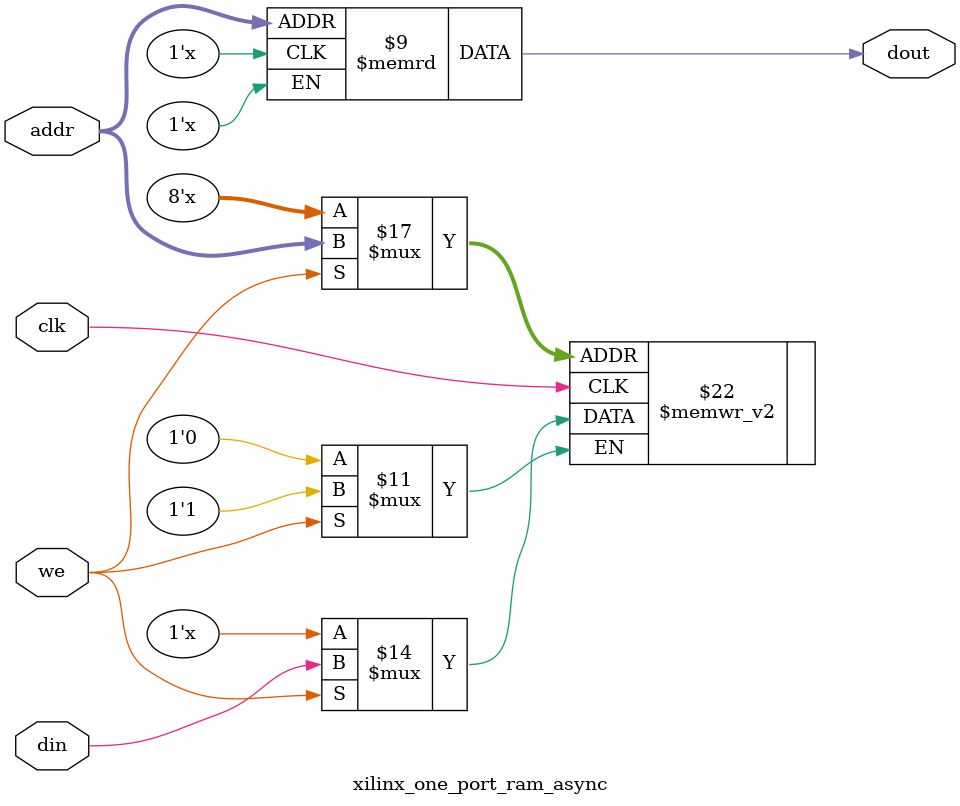
<source format=v>

module xilinx_one_port_ram_async
   #(
     parameter ADDR_WIDTH = 8,
               DATA_WIDTH = 1
   )
   (
    input wire clk,
    input wire we,
    input wire [ADDR_WIDTH-1:0] addr,
    input wire [DATA_WIDTH-1:0] din,
    output wire [DATA_WIDTH-1:0] dout
   );

   // signal declaration
   reg [DATA_WIDTH-1:0] ram [2**ADDR_WIDTH-1:0];

   // body
   always @(posedge clk)
      if (we)  // write operation
         ram[addr] <= din;
   // read operation
   assign dout = ram[addr];

endmodule

</source>
